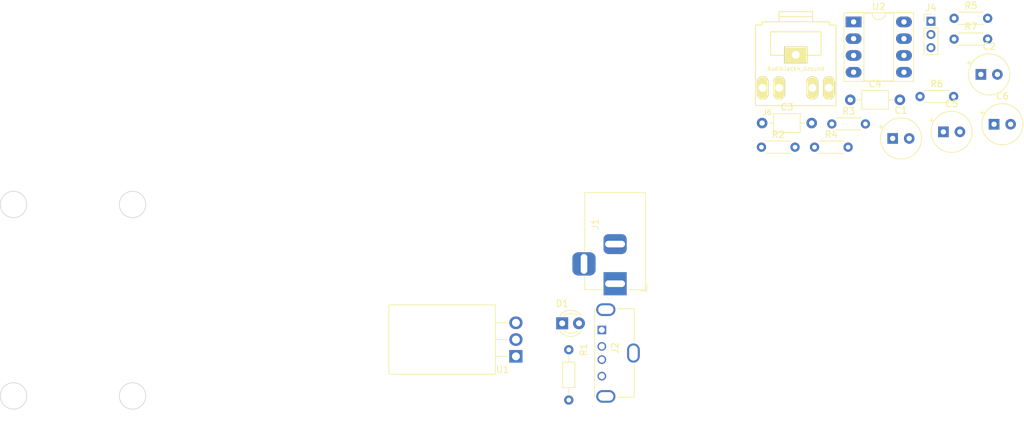
<source format=kicad_pcb>
(kicad_pcb (version 20171130) (host pcbnew "(5.1.9)-1")

  (general
    (thickness 1.6)
    (drawings 6)
    (tracks 0)
    (zones 0)
    (modules 20)
    (nets 19)
  )

  (page A4)
  (layers
    (0 F.Cu signal)
    (31 B.Cu signal)
    (32 B.Adhes user)
    (33 F.Adhes user)
    (34 B.Paste user)
    (35 F.Paste user)
    (36 B.SilkS user)
    (37 F.SilkS user)
    (38 B.Mask user)
    (39 F.Mask user)
    (40 Dwgs.User user)
    (41 Cmts.User user)
    (42 Eco1.User user)
    (43 Eco2.User user)
    (44 Edge.Cuts user)
    (45 Margin user)
    (46 B.CrtYd user)
    (47 F.CrtYd user)
    (48 B.Fab user)
    (49 F.Fab user)
  )

  (setup
    (last_trace_width 0.25)
    (user_trace_width 0.25)
    (user_trace_width 0.5)
    (user_trace_width 1)
    (trace_clearance 0.2)
    (zone_clearance 0.508)
    (zone_45_only no)
    (trace_min 0.2)
    (via_size 0.8)
    (via_drill 0.4)
    (via_min_size 0.4)
    (via_min_drill 0.3)
    (uvia_size 0.3)
    (uvia_drill 0.1)
    (uvias_allowed no)
    (uvia_min_size 0.2)
    (uvia_min_drill 0.1)
    (edge_width 0.1)
    (segment_width 0.2)
    (pcb_text_width 0.3)
    (pcb_text_size 1.5 1.5)
    (mod_edge_width 0.15)
    (mod_text_size 1 1)
    (mod_text_width 0.15)
    (pad_size 1.524 1.524)
    (pad_drill 0.762)
    (pad_to_mask_clearance 0)
    (aux_axis_origin 0 0)
    (visible_elements 7FFFFFFF)
    (pcbplotparams
      (layerselection 0x010fc_ffffffff)
      (usegerberextensions false)
      (usegerberattributes true)
      (usegerberadvancedattributes true)
      (creategerberjobfile true)
      (excludeedgelayer true)
      (linewidth 0.100000)
      (plotframeref false)
      (viasonmask false)
      (mode 1)
      (useauxorigin false)
      (hpglpennumber 1)
      (hpglpenspeed 20)
      (hpglpendiameter 15.000000)
      (psnegative false)
      (psa4output false)
      (plotreference true)
      (plotvalue true)
      (plotinvisibletext false)
      (padsonsilk false)
      (subtractmaskfromsilk false)
      (outputformat 1)
      (mirror false)
      (drillshape 1)
      (scaleselection 1)
      (outputdirectory ""))
  )

  (net 0 "")
  (net 1 +5VP)
  (net 2 "Net-(D1-Pad1)")
  (net 3 GND)
  (net 4 "Net-(J1-Pad1)")
  (net 5 "Net-(J2-Pad3)")
  (net 6 "Net-(J2-Pad2)")
  (net 7 /R)
  (net 8 "Net-(C1-Pad1)")
  (net 9 /L)
  (net 10 "Net-(C2-Pad1)")
  (net 11 "Net-(C3-Pad2)")
  (net 12 "Net-(C3-Pad1)")
  (net 13 "Net-(C4-Pad2)")
  (net 14 "Net-(C4-Pad1)")
  (net 15 /Ro)
  (net 16 /Lo)
  (net 17 "Net-(J6-PadR2)")
  (net 18 +5VL)

  (net_class Default "Esta es la clase de red por defecto."
    (clearance 0.2)
    (trace_width 0.25)
    (via_dia 0.8)
    (via_drill 0.4)
    (uvia_dia 0.3)
    (uvia_drill 0.1)
    (add_net +5VL)
    (add_net +5VP)
    (add_net /L)
    (add_net /Lo)
    (add_net /R)
    (add_net /Ro)
    (add_net GND)
    (add_net "Net-(C1-Pad1)")
    (add_net "Net-(C2-Pad1)")
    (add_net "Net-(C3-Pad1)")
    (add_net "Net-(C3-Pad2)")
    (add_net "Net-(C4-Pad1)")
    (add_net "Net-(C4-Pad2)")
    (add_net "Net-(D1-Pad1)")
    (add_net "Net-(J1-Pad1)")
    (add_net "Net-(J2-Pad2)")
    (add_net "Net-(J2-Pad3)")
    (add_net "Net-(J6-PadR2)")
  )

  (module Package_DIP:DIP-8_W7.62mm_Socket_LongPads (layer F.Cu) (tedit 5A02E8C5) (tstamp 612811A3)
    (at 192.085251 61.35)
    (descr "8-lead though-hole mounted DIP package, row spacing 7.62 mm (300 mils), Socket, LongPads")
    (tags "THT DIP DIL PDIP 2.54mm 7.62mm 300mil Socket LongPads")
    (path /6130E798)
    (fp_text reference U2 (at 3.81 -2.33) (layer F.SilkS)
      (effects (font (size 1 1) (thickness 0.15)))
    )
    (fp_text value NE5532 (at 3.81 9.95) (layer F.Fab)
      (effects (font (size 1 1) (thickness 0.15)))
    )
    (fp_text user %R (at 3.81 3.81) (layer F.Fab)
      (effects (font (size 1 1) (thickness 0.15)))
    )
    (fp_arc (start 3.81 -1.33) (end 2.81 -1.33) (angle -180) (layer F.SilkS) (width 0.12))
    (fp_line (start 1.635 -1.27) (end 6.985 -1.27) (layer F.Fab) (width 0.1))
    (fp_line (start 6.985 -1.27) (end 6.985 8.89) (layer F.Fab) (width 0.1))
    (fp_line (start 6.985 8.89) (end 0.635 8.89) (layer F.Fab) (width 0.1))
    (fp_line (start 0.635 8.89) (end 0.635 -0.27) (layer F.Fab) (width 0.1))
    (fp_line (start 0.635 -0.27) (end 1.635 -1.27) (layer F.Fab) (width 0.1))
    (fp_line (start -1.27 -1.33) (end -1.27 8.95) (layer F.Fab) (width 0.1))
    (fp_line (start -1.27 8.95) (end 8.89 8.95) (layer F.Fab) (width 0.1))
    (fp_line (start 8.89 8.95) (end 8.89 -1.33) (layer F.Fab) (width 0.1))
    (fp_line (start 8.89 -1.33) (end -1.27 -1.33) (layer F.Fab) (width 0.1))
    (fp_line (start 2.81 -1.33) (end 1.56 -1.33) (layer F.SilkS) (width 0.12))
    (fp_line (start 1.56 -1.33) (end 1.56 8.95) (layer F.SilkS) (width 0.12))
    (fp_line (start 1.56 8.95) (end 6.06 8.95) (layer F.SilkS) (width 0.12))
    (fp_line (start 6.06 8.95) (end 6.06 -1.33) (layer F.SilkS) (width 0.12))
    (fp_line (start 6.06 -1.33) (end 4.81 -1.33) (layer F.SilkS) (width 0.12))
    (fp_line (start -1.44 -1.39) (end -1.44 9.01) (layer F.SilkS) (width 0.12))
    (fp_line (start -1.44 9.01) (end 9.06 9.01) (layer F.SilkS) (width 0.12))
    (fp_line (start 9.06 9.01) (end 9.06 -1.39) (layer F.SilkS) (width 0.12))
    (fp_line (start 9.06 -1.39) (end -1.44 -1.39) (layer F.SilkS) (width 0.12))
    (fp_line (start -1.55 -1.6) (end -1.55 9.2) (layer F.CrtYd) (width 0.05))
    (fp_line (start -1.55 9.2) (end 9.15 9.2) (layer F.CrtYd) (width 0.05))
    (fp_line (start 9.15 9.2) (end 9.15 -1.6) (layer F.CrtYd) (width 0.05))
    (fp_line (start 9.15 -1.6) (end -1.55 -1.6) (layer F.CrtYd) (width 0.05))
    (pad 8 thru_hole oval (at 7.62 0) (size 2.4 1.6) (drill 0.8) (layers *.Cu *.Mask)
      (net 1 +5VP))
    (pad 4 thru_hole oval (at 0 7.62) (size 2.4 1.6) (drill 0.8) (layers *.Cu *.Mask)
      (net 3 GND))
    (pad 7 thru_hole oval (at 7.62 2.54) (size 2.4 1.6) (drill 0.8) (layers *.Cu *.Mask)
      (net 14 "Net-(C4-Pad1)"))
    (pad 3 thru_hole oval (at 0 5.08) (size 2.4 1.6) (drill 0.8) (layers *.Cu *.Mask)
      (net 18 +5VL))
    (pad 6 thru_hole oval (at 7.62 5.08) (size 2.4 1.6) (drill 0.8) (layers *.Cu *.Mask)
      (net 18 +5VL))
    (pad 2 thru_hole oval (at 0 2.54) (size 2.4 1.6) (drill 0.8) (layers *.Cu *.Mask)
      (net 11 "Net-(C3-Pad2)"))
    (pad 5 thru_hole oval (at 7.62 7.62) (size 2.4 1.6) (drill 0.8) (layers *.Cu *.Mask)
      (net 13 "Net-(C4-Pad2)"))
    (pad 1 thru_hole rect (at 0 0) (size 2.4 1.6) (drill 0.8) (layers *.Cu *.Mask)
      (net 12 "Net-(C3-Pad1)"))
    (model ${KISYS3DMOD}/Package_DIP.3dshapes/DIP-8_W7.62mm_Socket.wrl
      (at (xyz 0 0 0))
      (scale (xyz 1 1 1))
      (rotate (xyz 0 0 0))
    )
  )

  (module Resistor_THT:R_Axial_DIN0204_L3.6mm_D1.6mm_P5.08mm_Horizontal (layer F.Cu) (tedit 5AE5139B) (tstamp 61281141)
    (at 207.285251 63.95)
    (descr "Resistor, Axial_DIN0204 series, Axial, Horizontal, pin pitch=5.08mm, 0.167W, length*diameter=3.6*1.6mm^2, http://cdn-reichelt.de/documents/datenblatt/B400/1_4W%23YAG.pdf")
    (tags "Resistor Axial_DIN0204 series Axial Horizontal pin pitch 5.08mm 0.167W length 3.6mm diameter 1.6mm")
    (path /613EE681)
    (fp_text reference R7 (at 2.54 -1.92) (layer F.SilkS)
      (effects (font (size 1 1) (thickness 0.15)))
    )
    (fp_text value 68k (at 2.54 1.92) (layer F.Fab)
      (effects (font (size 1 1) (thickness 0.15)))
    )
    (fp_text user %R (at 2.54 0) (layer F.Fab)
      (effects (font (size 0.72 0.72) (thickness 0.108)))
    )
    (fp_line (start 0.74 -0.8) (end 0.74 0.8) (layer F.Fab) (width 0.1))
    (fp_line (start 0.74 0.8) (end 4.34 0.8) (layer F.Fab) (width 0.1))
    (fp_line (start 4.34 0.8) (end 4.34 -0.8) (layer F.Fab) (width 0.1))
    (fp_line (start 4.34 -0.8) (end 0.74 -0.8) (layer F.Fab) (width 0.1))
    (fp_line (start 0 0) (end 0.74 0) (layer F.Fab) (width 0.1))
    (fp_line (start 5.08 0) (end 4.34 0) (layer F.Fab) (width 0.1))
    (fp_line (start 0.62 -0.92) (end 4.46 -0.92) (layer F.SilkS) (width 0.12))
    (fp_line (start 0.62 0.92) (end 4.46 0.92) (layer F.SilkS) (width 0.12))
    (fp_line (start -0.95 -1.05) (end -0.95 1.05) (layer F.CrtYd) (width 0.05))
    (fp_line (start -0.95 1.05) (end 6.03 1.05) (layer F.CrtYd) (width 0.05))
    (fp_line (start 6.03 1.05) (end 6.03 -1.05) (layer F.CrtYd) (width 0.05))
    (fp_line (start 6.03 -1.05) (end -0.95 -1.05) (layer F.CrtYd) (width 0.05))
    (pad 2 thru_hole oval (at 5.08 0) (size 1.4 1.4) (drill 0.7) (layers *.Cu *.Mask)
      (net 13 "Net-(C4-Pad2)"))
    (pad 1 thru_hole circle (at 0 0) (size 1.4 1.4) (drill 0.7) (layers *.Cu *.Mask)
      (net 14 "Net-(C4-Pad1)"))
    (model ${KISYS3DMOD}/Resistor_THT.3dshapes/R_Axial_DIN0204_L3.6mm_D1.6mm_P5.08mm_Horizontal.wrl
      (at (xyz 0 0 0))
      (scale (xyz 1 1 1))
      (rotate (xyz 0 0 0))
    )
  )

  (module Resistor_THT:R_Axial_DIN0204_L3.6mm_D1.6mm_P5.08mm_Horizontal (layer F.Cu) (tedit 5AE5139B) (tstamp 6128112E)
    (at 202.135251 72.65)
    (descr "Resistor, Axial_DIN0204 series, Axial, Horizontal, pin pitch=5.08mm, 0.167W, length*diameter=3.6*1.6mm^2, http://cdn-reichelt.de/documents/datenblatt/B400/1_4W%23YAG.pdf")
    (tags "Resistor Axial_DIN0204 series Axial Horizontal pin pitch 5.08mm 0.167W length 3.6mm diameter 1.6mm")
    (path /613504D6)
    (fp_text reference R6 (at 2.54 -1.92) (layer F.SilkS)
      (effects (font (size 1 1) (thickness 0.15)))
    )
    (fp_text value 68k (at 2.54 1.92) (layer F.Fab)
      (effects (font (size 1 1) (thickness 0.15)))
    )
    (fp_text user %R (at 2.54 0) (layer F.Fab)
      (effects (font (size 0.72 0.72) (thickness 0.108)))
    )
    (fp_line (start 0.74 -0.8) (end 0.74 0.8) (layer F.Fab) (width 0.1))
    (fp_line (start 0.74 0.8) (end 4.34 0.8) (layer F.Fab) (width 0.1))
    (fp_line (start 4.34 0.8) (end 4.34 -0.8) (layer F.Fab) (width 0.1))
    (fp_line (start 4.34 -0.8) (end 0.74 -0.8) (layer F.Fab) (width 0.1))
    (fp_line (start 0 0) (end 0.74 0) (layer F.Fab) (width 0.1))
    (fp_line (start 5.08 0) (end 4.34 0) (layer F.Fab) (width 0.1))
    (fp_line (start 0.62 -0.92) (end 4.46 -0.92) (layer F.SilkS) (width 0.12))
    (fp_line (start 0.62 0.92) (end 4.46 0.92) (layer F.SilkS) (width 0.12))
    (fp_line (start -0.95 -1.05) (end -0.95 1.05) (layer F.CrtYd) (width 0.05))
    (fp_line (start -0.95 1.05) (end 6.03 1.05) (layer F.CrtYd) (width 0.05))
    (fp_line (start 6.03 1.05) (end 6.03 -1.05) (layer F.CrtYd) (width 0.05))
    (fp_line (start 6.03 -1.05) (end -0.95 -1.05) (layer F.CrtYd) (width 0.05))
    (pad 2 thru_hole oval (at 5.08 0) (size 1.4 1.4) (drill 0.7) (layers *.Cu *.Mask)
      (net 11 "Net-(C3-Pad2)"))
    (pad 1 thru_hole circle (at 0 0) (size 1.4 1.4) (drill 0.7) (layers *.Cu *.Mask)
      (net 12 "Net-(C3-Pad1)"))
    (model ${KISYS3DMOD}/Resistor_THT.3dshapes/R_Axial_DIN0204_L3.6mm_D1.6mm_P5.08mm_Horizontal.wrl
      (at (xyz 0 0 0))
      (scale (xyz 1 1 1))
      (rotate (xyz 0 0 0))
    )
  )

  (module Resistor_THT:R_Axial_DIN0204_L3.6mm_D1.6mm_P5.08mm_Horizontal (layer F.Cu) (tedit 5AE5139B) (tstamp 6128111B)
    (at 207.285251 60.8)
    (descr "Resistor, Axial_DIN0204 series, Axial, Horizontal, pin pitch=5.08mm, 0.167W, length*diameter=3.6*1.6mm^2, http://cdn-reichelt.de/documents/datenblatt/B400/1_4W%23YAG.pdf")
    (tags "Resistor Axial_DIN0204 series Axial Horizontal pin pitch 5.08mm 0.167W length 3.6mm diameter 1.6mm")
    (path /613EE687)
    (fp_text reference R5 (at 2.54 -1.92) (layer F.SilkS)
      (effects (font (size 1 1) (thickness 0.15)))
    )
    (fp_text value 18k (at 2.54 1.92) (layer F.Fab)
      (effects (font (size 1 1) (thickness 0.15)))
    )
    (fp_text user %R (at 2.54 0) (layer F.Fab)
      (effects (font (size 0.72 0.72) (thickness 0.108)))
    )
    (fp_line (start 0.74 -0.8) (end 0.74 0.8) (layer F.Fab) (width 0.1))
    (fp_line (start 0.74 0.8) (end 4.34 0.8) (layer F.Fab) (width 0.1))
    (fp_line (start 4.34 0.8) (end 4.34 -0.8) (layer F.Fab) (width 0.1))
    (fp_line (start 4.34 -0.8) (end 0.74 -0.8) (layer F.Fab) (width 0.1))
    (fp_line (start 0 0) (end 0.74 0) (layer F.Fab) (width 0.1))
    (fp_line (start 5.08 0) (end 4.34 0) (layer F.Fab) (width 0.1))
    (fp_line (start 0.62 -0.92) (end 4.46 -0.92) (layer F.SilkS) (width 0.12))
    (fp_line (start 0.62 0.92) (end 4.46 0.92) (layer F.SilkS) (width 0.12))
    (fp_line (start -0.95 -1.05) (end -0.95 1.05) (layer F.CrtYd) (width 0.05))
    (fp_line (start -0.95 1.05) (end 6.03 1.05) (layer F.CrtYd) (width 0.05))
    (fp_line (start 6.03 1.05) (end 6.03 -1.05) (layer F.CrtYd) (width 0.05))
    (fp_line (start 6.03 -1.05) (end -0.95 -1.05) (layer F.CrtYd) (width 0.05))
    (pad 2 thru_hole oval (at 5.08 0) (size 1.4 1.4) (drill 0.7) (layers *.Cu *.Mask)
      (net 13 "Net-(C4-Pad2)"))
    (pad 1 thru_hole circle (at 0 0) (size 1.4 1.4) (drill 0.7) (layers *.Cu *.Mask)
      (net 10 "Net-(C2-Pad1)"))
    (model ${KISYS3DMOD}/Resistor_THT.3dshapes/R_Axial_DIN0204_L3.6mm_D1.6mm_P5.08mm_Horizontal.wrl
      (at (xyz 0 0 0))
      (scale (xyz 1 1 1))
      (rotate (xyz 0 0 0))
    )
  )

  (module Resistor_THT:R_Axial_DIN0204_L3.6mm_D1.6mm_P5.08mm_Horizontal (layer F.Cu) (tedit 5AE5139B) (tstamp 61281108)
    (at 186.175251 80.32)
    (descr "Resistor, Axial_DIN0204 series, Axial, Horizontal, pin pitch=5.08mm, 0.167W, length*diameter=3.6*1.6mm^2, http://cdn-reichelt.de/documents/datenblatt/B400/1_4W%23YAG.pdf")
    (tags "Resistor Axial_DIN0204 series Axial Horizontal pin pitch 5.08mm 0.167W length 3.6mm diameter 1.6mm")
    (path /6135139B)
    (fp_text reference R4 (at 2.54 -1.92) (layer F.SilkS)
      (effects (font (size 1 1) (thickness 0.15)))
    )
    (fp_text value 18k (at 2.54 1.92) (layer F.Fab)
      (effects (font (size 1 1) (thickness 0.15)))
    )
    (fp_text user %R (at 2.54 0) (layer F.Fab)
      (effects (font (size 0.72 0.72) (thickness 0.108)))
    )
    (fp_line (start 0.74 -0.8) (end 0.74 0.8) (layer F.Fab) (width 0.1))
    (fp_line (start 0.74 0.8) (end 4.34 0.8) (layer F.Fab) (width 0.1))
    (fp_line (start 4.34 0.8) (end 4.34 -0.8) (layer F.Fab) (width 0.1))
    (fp_line (start 4.34 -0.8) (end 0.74 -0.8) (layer F.Fab) (width 0.1))
    (fp_line (start 0 0) (end 0.74 0) (layer F.Fab) (width 0.1))
    (fp_line (start 5.08 0) (end 4.34 0) (layer F.Fab) (width 0.1))
    (fp_line (start 0.62 -0.92) (end 4.46 -0.92) (layer F.SilkS) (width 0.12))
    (fp_line (start 0.62 0.92) (end 4.46 0.92) (layer F.SilkS) (width 0.12))
    (fp_line (start -0.95 -1.05) (end -0.95 1.05) (layer F.CrtYd) (width 0.05))
    (fp_line (start -0.95 1.05) (end 6.03 1.05) (layer F.CrtYd) (width 0.05))
    (fp_line (start 6.03 1.05) (end 6.03 -1.05) (layer F.CrtYd) (width 0.05))
    (fp_line (start 6.03 -1.05) (end -0.95 -1.05) (layer F.CrtYd) (width 0.05))
    (pad 2 thru_hole oval (at 5.08 0) (size 1.4 1.4) (drill 0.7) (layers *.Cu *.Mask)
      (net 11 "Net-(C3-Pad2)"))
    (pad 1 thru_hole circle (at 0 0) (size 1.4 1.4) (drill 0.7) (layers *.Cu *.Mask)
      (net 8 "Net-(C1-Pad1)"))
    (model ${KISYS3DMOD}/Resistor_THT.3dshapes/R_Axial_DIN0204_L3.6mm_D1.6mm_P5.08mm_Horizontal.wrl
      (at (xyz 0 0 0))
      (scale (xyz 1 1 1))
      (rotate (xyz 0 0 0))
    )
  )

  (module Resistor_THT:R_Axial_DIN0204_L3.6mm_D1.6mm_P5.08mm_Horizontal (layer F.Cu) (tedit 5AE5139B) (tstamp 612810F5)
    (at 188.795251 76.8)
    (descr "Resistor, Axial_DIN0204 series, Axial, Horizontal, pin pitch=5.08mm, 0.167W, length*diameter=3.6*1.6mm^2, http://cdn-reichelt.de/documents/datenblatt/B400/1_4W%23YAG.pdf")
    (tags "Resistor Axial_DIN0204 series Axial Horizontal pin pitch 5.08mm 0.167W length 3.6mm diameter 1.6mm")
    (path /61430AF4)
    (fp_text reference R3 (at 2.54 -1.92) (layer F.SilkS)
      (effects (font (size 1 1) (thickness 0.15)))
    )
    (fp_text value 10k (at 2.54 1.92) (layer F.Fab)
      (effects (font (size 1 1) (thickness 0.15)))
    )
    (fp_text user %R (at 2.54 0) (layer F.Fab)
      (effects (font (size 0.72 0.72) (thickness 0.108)))
    )
    (fp_line (start 0.74 -0.8) (end 0.74 0.8) (layer F.Fab) (width 0.1))
    (fp_line (start 0.74 0.8) (end 4.34 0.8) (layer F.Fab) (width 0.1))
    (fp_line (start 4.34 0.8) (end 4.34 -0.8) (layer F.Fab) (width 0.1))
    (fp_line (start 4.34 -0.8) (end 0.74 -0.8) (layer F.Fab) (width 0.1))
    (fp_line (start 0 0) (end 0.74 0) (layer F.Fab) (width 0.1))
    (fp_line (start 5.08 0) (end 4.34 0) (layer F.Fab) (width 0.1))
    (fp_line (start 0.62 -0.92) (end 4.46 -0.92) (layer F.SilkS) (width 0.12))
    (fp_line (start 0.62 0.92) (end 4.46 0.92) (layer F.SilkS) (width 0.12))
    (fp_line (start -0.95 -1.05) (end -0.95 1.05) (layer F.CrtYd) (width 0.05))
    (fp_line (start -0.95 1.05) (end 6.03 1.05) (layer F.CrtYd) (width 0.05))
    (fp_line (start 6.03 1.05) (end 6.03 -1.05) (layer F.CrtYd) (width 0.05))
    (fp_line (start 6.03 -1.05) (end -0.95 -1.05) (layer F.CrtYd) (width 0.05))
    (pad 2 thru_hole oval (at 5.08 0) (size 1.4 1.4) (drill 0.7) (layers *.Cu *.Mask)
      (net 18 +5VL))
    (pad 1 thru_hole circle (at 0 0) (size 1.4 1.4) (drill 0.7) (layers *.Cu *.Mask)
      (net 3 GND))
    (model ${KISYS3DMOD}/Resistor_THT.3dshapes/R_Axial_DIN0204_L3.6mm_D1.6mm_P5.08mm_Horizontal.wrl
      (at (xyz 0 0 0))
      (scale (xyz 1 1 1))
      (rotate (xyz 0 0 0))
    )
  )

  (module Resistor_THT:R_Axial_DIN0204_L3.6mm_D1.6mm_P5.08mm_Horizontal (layer F.Cu) (tedit 5AE5139B) (tstamp 612810E2)
    (at 178.145251 80.32)
    (descr "Resistor, Axial_DIN0204 series, Axial, Horizontal, pin pitch=5.08mm, 0.167W, length*diameter=3.6*1.6mm^2, http://cdn-reichelt.de/documents/datenblatt/B400/1_4W%23YAG.pdf")
    (tags "Resistor Axial_DIN0204 series Axial Horizontal pin pitch 5.08mm 0.167W length 3.6mm diameter 1.6mm")
    (path /6142F103)
    (fp_text reference R2 (at 2.54 -1.92) (layer F.SilkS)
      (effects (font (size 1 1) (thickness 0.15)))
    )
    (fp_text value 10k (at 2.54 1.92) (layer F.Fab)
      (effects (font (size 1 1) (thickness 0.15)))
    )
    (fp_text user %R (at 2.54 0) (layer F.Fab)
      (effects (font (size 0.72 0.72) (thickness 0.108)))
    )
    (fp_line (start 0.74 -0.8) (end 0.74 0.8) (layer F.Fab) (width 0.1))
    (fp_line (start 0.74 0.8) (end 4.34 0.8) (layer F.Fab) (width 0.1))
    (fp_line (start 4.34 0.8) (end 4.34 -0.8) (layer F.Fab) (width 0.1))
    (fp_line (start 4.34 -0.8) (end 0.74 -0.8) (layer F.Fab) (width 0.1))
    (fp_line (start 0 0) (end 0.74 0) (layer F.Fab) (width 0.1))
    (fp_line (start 5.08 0) (end 4.34 0) (layer F.Fab) (width 0.1))
    (fp_line (start 0.62 -0.92) (end 4.46 -0.92) (layer F.SilkS) (width 0.12))
    (fp_line (start 0.62 0.92) (end 4.46 0.92) (layer F.SilkS) (width 0.12))
    (fp_line (start -0.95 -1.05) (end -0.95 1.05) (layer F.CrtYd) (width 0.05))
    (fp_line (start -0.95 1.05) (end 6.03 1.05) (layer F.CrtYd) (width 0.05))
    (fp_line (start 6.03 1.05) (end 6.03 -1.05) (layer F.CrtYd) (width 0.05))
    (fp_line (start 6.03 -1.05) (end -0.95 -1.05) (layer F.CrtYd) (width 0.05))
    (pad 2 thru_hole oval (at 5.08 0) (size 1.4 1.4) (drill 0.7) (layers *.Cu *.Mask)
      (net 1 +5VP))
    (pad 1 thru_hole circle (at 0 0) (size 1.4 1.4) (drill 0.7) (layers *.Cu *.Mask)
      (net 18 +5VL))
    (model ${KISYS3DMOD}/Resistor_THT.3dshapes/R_Axial_DIN0204_L3.6mm_D1.6mm_P5.08mm_Horizontal.wrl
      (at (xyz 0 0 0))
      (scale (xyz 1 1 1))
      (rotate (xyz 0 0 0))
    )
  )

  (module Mi_libreria:Tayda_3.5mm_stereo_TRS_jack_A-853 (layer F.Cu) (tedit 61151B29) (tstamp 612810A3)
    (at 183.341251 67.928)
    (path /6129B6B8)
    (fp_text reference J6 (at -4.318 7.112) (layer F.SilkS)
      (effects (font (size 0.8 0.8) (thickness 0.15)))
    )
    (fp_text value AudioJack4_Ground (at 0 0.508) (layer F.SilkS)
      (effects (font (size 0.6 0.6) (thickness 0.1)))
    )
    (fp_line (start -1.778 -1.524) (end -3.81 -1.524) (layer F.SilkS) (width 0.15))
    (fp_line (start -3.81 -1.524) (end -3.81 -5.08) (layer F.SilkS) (width 0.15))
    (fp_line (start -3.81 -5.08) (end 3.81 -5.08) (layer F.SilkS) (width 0.15))
    (fp_line (start 3.81 -5.08) (end 3.81 -1.524) (layer F.SilkS) (width 0.15))
    (fp_line (start 3.81 -1.524) (end 1.778 -1.524) (layer F.SilkS) (width 0.15))
    (fp_line (start -5.08 -6.096) (end -6.096 -6.096) (layer F.SilkS) (width 0.15))
    (fp_line (start 6.096 -6.096) (end 5.08 -6.096) (layer F.SilkS) (width 0.15))
    (fp_line (start -2.54 -8.128) (end -2.54 -6.604) (layer F.SilkS) (width 0.15))
    (fp_line (start 2.54 -6.604) (end 2.54 -8.128) (layer F.SilkS) (width 0.15))
    (fp_line (start -2.54 -7.366) (end 2.54 -7.366) (layer F.SilkS) (width 0.15))
    (fp_line (start -5.08 -6.096) (end -5.08 -6.35) (layer F.SilkS) (width 0.15))
    (fp_line (start -5.08 -6.35) (end -5.08 -6.604) (layer F.SilkS) (width 0.15))
    (fp_line (start -5.08 -6.604) (end 5.08 -6.604) (layer F.SilkS) (width 0.15))
    (fp_line (start 5.08 -6.604) (end 5.08 -6.096) (layer F.SilkS) (width 0.15))
    (fp_line (start -2.54 -8.128) (end 2.54 -8.128) (layer F.SilkS) (width 0.15))
    (fp_line (start -6.096 6.096) (end -6.096 -6.096) (layer F.SilkS) (width 0.15))
    (fp_line (start 6.096 -6.096) (end 6.096 6.096) (layer F.SilkS) (width 0.15))
    (fp_line (start 6.096 6.096) (end -6.096 6.096) (layer F.SilkS) (width 0.15))
    (pad R1 thru_hole oval (at -2.5 3.41) (size 1.75 3.5) (drill 1.2) (layers *.Cu *.Mask F.SilkS)
      (net 15 /Ro))
    (pad R2 thru_hole oval (at 2.5 3.41) (size 1.75 3.5) (drill 1.2) (layers *.Cu *.Mask F.SilkS)
      (net 17 "Net-(J6-PadR2)"))
    (pad S thru_hole oval (at -5 3.41) (size 1.75 3.5) (drill 1.2) (layers *.Cu *.Mask F.SilkS)
      (net 3 GND))
    (pad T thru_hole oval (at 5 3.41) (size 1.75 3.5) (drill 1.2) (layers *.Cu *.Mask F.SilkS)
      (net 16 /Lo))
    (pad G thru_hole rect (at 0 -1.596) (size 3.5 2.5) (drill 1.2) (layers *.Cu *.Mask F.SilkS)
      (net 3 GND))
  )

  (module Connector_PinHeader_2.00mm:PinHeader_1x03_P2.00mm_Vertical (layer F.Cu) (tedit 59FED667) (tstamp 61281088)
    (at 203.785251 61.25)
    (descr "Through hole straight pin header, 1x03, 2.00mm pitch, single row")
    (tags "Through hole pin header THT 1x03 2.00mm single row")
    (path /6128D422)
    (fp_text reference J4 (at 0 -2.06) (layer F.SilkS)
      (effects (font (size 1 1) (thickness 0.15)))
    )
    (fp_text value Conn_01x03_Male (at 0 6.06) (layer F.Fab)
      (effects (font (size 1 1) (thickness 0.15)))
    )
    (fp_text user %R (at 0 2 90) (layer F.Fab)
      (effects (font (size 1 1) (thickness 0.15)))
    )
    (fp_line (start -0.5 -1) (end 1 -1) (layer F.Fab) (width 0.1))
    (fp_line (start 1 -1) (end 1 5) (layer F.Fab) (width 0.1))
    (fp_line (start 1 5) (end -1 5) (layer F.Fab) (width 0.1))
    (fp_line (start -1 5) (end -1 -0.5) (layer F.Fab) (width 0.1))
    (fp_line (start -1 -0.5) (end -0.5 -1) (layer F.Fab) (width 0.1))
    (fp_line (start -1.06 5.06) (end 1.06 5.06) (layer F.SilkS) (width 0.12))
    (fp_line (start -1.06 1) (end -1.06 5.06) (layer F.SilkS) (width 0.12))
    (fp_line (start 1.06 1) (end 1.06 5.06) (layer F.SilkS) (width 0.12))
    (fp_line (start -1.06 1) (end 1.06 1) (layer F.SilkS) (width 0.12))
    (fp_line (start -1.06 0) (end -1.06 -1.06) (layer F.SilkS) (width 0.12))
    (fp_line (start -1.06 -1.06) (end 0 -1.06) (layer F.SilkS) (width 0.12))
    (fp_line (start -1.5 -1.5) (end -1.5 5.5) (layer F.CrtYd) (width 0.05))
    (fp_line (start -1.5 5.5) (end 1.5 5.5) (layer F.CrtYd) (width 0.05))
    (fp_line (start 1.5 5.5) (end 1.5 -1.5) (layer F.CrtYd) (width 0.05))
    (fp_line (start 1.5 -1.5) (end -1.5 -1.5) (layer F.CrtYd) (width 0.05))
    (pad 3 thru_hole oval (at 0 4) (size 1.35 1.35) (drill 0.8) (layers *.Cu *.Mask)
      (net 7 /R))
    (pad 2 thru_hole oval (at 0 2) (size 1.35 1.35) (drill 0.8) (layers *.Cu *.Mask)
      (net 3 GND))
    (pad 1 thru_hole rect (at 0 0) (size 1.35 1.35) (drill 0.8) (layers *.Cu *.Mask)
      (net 9 /L))
    (model ${KISYS3DMOD}/Connector_PinHeader_2.00mm.3dshapes/PinHeader_1x03_P2.00mm_Vertical.wrl
      (at (xyz 0 0 0))
      (scale (xyz 1 1 1))
      (rotate (xyz 0 0 0))
    )
  )

  (module Capacitor_THT:CP_Radial_Tantal_D6.0mm_P2.50mm (layer F.Cu) (tedit 5AE50EF0) (tstamp 61280FD3)
    (at 213.34 76.85)
    (descr "CP, Radial_Tantal series, Radial, pin pitch=2.50mm, , diameter=6.0mm, Tantal Electrolytic Capacitor, http://cdn-reichelt.de/documents/datenblatt/B300/TANTAL-TB-Serie%23.pdf")
    (tags "CP Radial_Tantal series Radial pin pitch 2.50mm  diameter 6.0mm Tantal Electrolytic Capacitor")
    (path /613EE693)
    (fp_text reference C6 (at 1.25 -4.25) (layer F.SilkS)
      (effects (font (size 1 1) (thickness 0.15)))
    )
    (fp_text value 220uf (at 1.25 4.25) (layer F.Fab)
      (effects (font (size 1 1) (thickness 0.15)))
    )
    (fp_text user %R (at 1.25 0) (layer F.Fab)
      (effects (font (size 1 1) (thickness 0.15)))
    )
    (fp_circle (center 1.25 0) (end 4.25 0) (layer F.Fab) (width 0.1))
    (fp_circle (center 1.25 0) (end 4.37 0) (layer F.SilkS) (width 0.12))
    (fp_circle (center 1.25 0) (end 4.5 0) (layer F.CrtYd) (width 0.05))
    (fp_line (start -1.314656 -1.3075) (end -0.714656 -1.3075) (layer F.Fab) (width 0.1))
    (fp_line (start -1.014656 -1.6075) (end -1.014656 -1.0075) (layer F.Fab) (width 0.1))
    (fp_line (start -2.089749 -1.755) (end -1.489749 -1.755) (layer F.SilkS) (width 0.12))
    (fp_line (start -1.789749 -2.055) (end -1.789749 -1.455) (layer F.SilkS) (width 0.12))
    (pad 2 thru_hole circle (at 2.5 0) (size 1.6 1.6) (drill 0.8) (layers *.Cu *.Mask)
      (net 14 "Net-(C4-Pad1)"))
    (pad 1 thru_hole rect (at 0 0) (size 1.6 1.6) (drill 0.8) (layers *.Cu *.Mask)
      (net 16 /Lo))
    (model ${KISYS3DMOD}/Capacitor_THT.3dshapes/CP_Radial_Tantal_D6.0mm_P2.50mm.wrl
      (at (xyz 0 0 0))
      (scale (xyz 1 1 1))
      (rotate (xyz 0 0 0))
    )
  )

  (module Capacitor_THT:CP_Radial_Tantal_D6.0mm_P2.50mm (layer F.Cu) (tedit 5AE50EF0) (tstamp 61280FC5)
    (at 205.67 78)
    (descr "CP, Radial_Tantal series, Radial, pin pitch=2.50mm, , diameter=6.0mm, Tantal Electrolytic Capacitor, http://cdn-reichelt.de/documents/datenblatt/B300/TANTAL-TB-Serie%23.pdf")
    (tags "CP Radial_Tantal series Radial pin pitch 2.50mm  diameter 6.0mm Tantal Electrolytic Capacitor")
    (path /6135BBF3)
    (fp_text reference C5 (at 1.25 -4.25) (layer F.SilkS)
      (effects (font (size 1 1) (thickness 0.15)))
    )
    (fp_text value 220uf (at 1.25 4.25) (layer F.Fab)
      (effects (font (size 1 1) (thickness 0.15)))
    )
    (fp_text user %R (at 1.25 0) (layer F.Fab)
      (effects (font (size 1 1) (thickness 0.15)))
    )
    (fp_circle (center 1.25 0) (end 4.25 0) (layer F.Fab) (width 0.1))
    (fp_circle (center 1.25 0) (end 4.37 0) (layer F.SilkS) (width 0.12))
    (fp_circle (center 1.25 0) (end 4.5 0) (layer F.CrtYd) (width 0.05))
    (fp_line (start -1.314656 -1.3075) (end -0.714656 -1.3075) (layer F.Fab) (width 0.1))
    (fp_line (start -1.014656 -1.6075) (end -1.014656 -1.0075) (layer F.Fab) (width 0.1))
    (fp_line (start -2.089749 -1.755) (end -1.489749 -1.755) (layer F.SilkS) (width 0.12))
    (fp_line (start -1.789749 -2.055) (end -1.789749 -1.455) (layer F.SilkS) (width 0.12))
    (pad 2 thru_hole circle (at 2.5 0) (size 1.6 1.6) (drill 0.8) (layers *.Cu *.Mask)
      (net 12 "Net-(C3-Pad1)"))
    (pad 1 thru_hole rect (at 0 0) (size 1.6 1.6) (drill 0.8) (layers *.Cu *.Mask)
      (net 15 /Ro))
    (model ${KISYS3DMOD}/Capacitor_THT.3dshapes/CP_Radial_Tantal_D6.0mm_P2.50mm.wrl
      (at (xyz 0 0 0))
      (scale (xyz 1 1 1))
      (rotate (xyz 0 0 0))
    )
  )

  (module Capacitor_THT:C_Axial_L3.8mm_D2.6mm_P7.50mm_Horizontal (layer F.Cu) (tedit 5AE50EF0) (tstamp 61280FB7)
    (at 191.585251 73.15)
    (descr "C, Axial series, Axial, Horizontal, pin pitch=7.5mm, , length*diameter=3.8*2.6mm^2, http://www.vishay.com/docs/45231/arseries.pdf")
    (tags "C Axial series Axial Horizontal pin pitch 7.5mm  length 3.8mm diameter 2.6mm")
    (path /613EE67B)
    (fp_text reference C4 (at 3.75 -2.42) (layer F.SilkS)
      (effects (font (size 1 1) (thickness 0.15)))
    )
    (fp_text value 22pf (at 3.75 2.42) (layer F.Fab)
      (effects (font (size 1 1) (thickness 0.15)))
    )
    (fp_text user %R (at 3.75 0) (layer F.Fab)
      (effects (font (size 0.76 0.76) (thickness 0.114)))
    )
    (fp_line (start 1.85 -1.3) (end 1.85 1.3) (layer F.Fab) (width 0.1))
    (fp_line (start 1.85 1.3) (end 5.65 1.3) (layer F.Fab) (width 0.1))
    (fp_line (start 5.65 1.3) (end 5.65 -1.3) (layer F.Fab) (width 0.1))
    (fp_line (start 5.65 -1.3) (end 1.85 -1.3) (layer F.Fab) (width 0.1))
    (fp_line (start 0 0) (end 1.85 0) (layer F.Fab) (width 0.1))
    (fp_line (start 7.5 0) (end 5.65 0) (layer F.Fab) (width 0.1))
    (fp_line (start 1.73 -1.42) (end 1.73 1.42) (layer F.SilkS) (width 0.12))
    (fp_line (start 1.73 1.42) (end 5.77 1.42) (layer F.SilkS) (width 0.12))
    (fp_line (start 5.77 1.42) (end 5.77 -1.42) (layer F.SilkS) (width 0.12))
    (fp_line (start 5.77 -1.42) (end 1.73 -1.42) (layer F.SilkS) (width 0.12))
    (fp_line (start 1.04 0) (end 1.73 0) (layer F.SilkS) (width 0.12))
    (fp_line (start 6.46 0) (end 5.77 0) (layer F.SilkS) (width 0.12))
    (fp_line (start -1.05 -1.55) (end -1.05 1.55) (layer F.CrtYd) (width 0.05))
    (fp_line (start -1.05 1.55) (end 8.55 1.55) (layer F.CrtYd) (width 0.05))
    (fp_line (start 8.55 1.55) (end 8.55 -1.55) (layer F.CrtYd) (width 0.05))
    (fp_line (start 8.55 -1.55) (end -1.05 -1.55) (layer F.CrtYd) (width 0.05))
    (pad 2 thru_hole oval (at 7.5 0) (size 1.6 1.6) (drill 0.8) (layers *.Cu *.Mask)
      (net 13 "Net-(C4-Pad2)"))
    (pad 1 thru_hole circle (at 0 0) (size 1.6 1.6) (drill 0.8) (layers *.Cu *.Mask)
      (net 14 "Net-(C4-Pad1)"))
    (model ${KISYS3DMOD}/Capacitor_THT.3dshapes/C_Axial_L3.8mm_D2.6mm_P7.50mm_Horizontal.wrl
      (at (xyz 0 0 0))
      (scale (xyz 1 1 1))
      (rotate (xyz 0 0 0))
    )
  )

  (module Capacitor_THT:C_Axial_L3.8mm_D2.6mm_P7.50mm_Horizontal (layer F.Cu) (tedit 5AE50EF0) (tstamp 61280FA0)
    (at 178.245251 76.67)
    (descr "C, Axial series, Axial, Horizontal, pin pitch=7.5mm, , length*diameter=3.8*2.6mm^2, http://www.vishay.com/docs/45231/arseries.pdf")
    (tags "C Axial series Axial Horizontal pin pitch 7.5mm  length 3.8mm diameter 2.6mm")
    (path /61332CB2)
    (fp_text reference C3 (at 3.75 -2.42) (layer F.SilkS)
      (effects (font (size 1 1) (thickness 0.15)))
    )
    (fp_text value 22pf (at 3.75 2.42) (layer F.Fab)
      (effects (font (size 1 1) (thickness 0.15)))
    )
    (fp_text user %R (at 3.75 0) (layer F.Fab)
      (effects (font (size 0.76 0.76) (thickness 0.114)))
    )
    (fp_line (start 1.85 -1.3) (end 1.85 1.3) (layer F.Fab) (width 0.1))
    (fp_line (start 1.85 1.3) (end 5.65 1.3) (layer F.Fab) (width 0.1))
    (fp_line (start 5.65 1.3) (end 5.65 -1.3) (layer F.Fab) (width 0.1))
    (fp_line (start 5.65 -1.3) (end 1.85 -1.3) (layer F.Fab) (width 0.1))
    (fp_line (start 0 0) (end 1.85 0) (layer F.Fab) (width 0.1))
    (fp_line (start 7.5 0) (end 5.65 0) (layer F.Fab) (width 0.1))
    (fp_line (start 1.73 -1.42) (end 1.73 1.42) (layer F.SilkS) (width 0.12))
    (fp_line (start 1.73 1.42) (end 5.77 1.42) (layer F.SilkS) (width 0.12))
    (fp_line (start 5.77 1.42) (end 5.77 -1.42) (layer F.SilkS) (width 0.12))
    (fp_line (start 5.77 -1.42) (end 1.73 -1.42) (layer F.SilkS) (width 0.12))
    (fp_line (start 1.04 0) (end 1.73 0) (layer F.SilkS) (width 0.12))
    (fp_line (start 6.46 0) (end 5.77 0) (layer F.SilkS) (width 0.12))
    (fp_line (start -1.05 -1.55) (end -1.05 1.55) (layer F.CrtYd) (width 0.05))
    (fp_line (start -1.05 1.55) (end 8.55 1.55) (layer F.CrtYd) (width 0.05))
    (fp_line (start 8.55 1.55) (end 8.55 -1.55) (layer F.CrtYd) (width 0.05))
    (fp_line (start 8.55 -1.55) (end -1.05 -1.55) (layer F.CrtYd) (width 0.05))
    (pad 2 thru_hole oval (at 7.5 0) (size 1.6 1.6) (drill 0.8) (layers *.Cu *.Mask)
      (net 11 "Net-(C3-Pad2)"))
    (pad 1 thru_hole circle (at 0 0) (size 1.6 1.6) (drill 0.8) (layers *.Cu *.Mask)
      (net 12 "Net-(C3-Pad1)"))
    (model ${KISYS3DMOD}/Capacitor_THT.3dshapes/C_Axial_L3.8mm_D2.6mm_P7.50mm_Horizontal.wrl
      (at (xyz 0 0 0))
      (scale (xyz 1 1 1))
      (rotate (xyz 0 0 0))
    )
  )

  (module Capacitor_THT:CP_Radial_Tantal_D6.0mm_P2.50mm (layer F.Cu) (tedit 5AE50EF0) (tstamp 61280F89)
    (at 211.34 69.3)
    (descr "CP, Radial_Tantal series, Radial, pin pitch=2.50mm, , diameter=6.0mm, Tantal Electrolytic Capacitor, http://cdn-reichelt.de/documents/datenblatt/B300/TANTAL-TB-Serie%23.pdf")
    (tags "CP Radial_Tantal series Radial pin pitch 2.50mm  diameter 6.0mm Tantal Electrolytic Capacitor")
    (path /613EE68D)
    (fp_text reference C2 (at 1.25 -4.25) (layer F.SilkS)
      (effects (font (size 1 1) (thickness 0.15)))
    )
    (fp_text value 4.7uf (at 1.25 4.25) (layer F.Fab)
      (effects (font (size 1 1) (thickness 0.15)))
    )
    (fp_text user %R (at 1.25 0) (layer F.Fab)
      (effects (font (size 1 1) (thickness 0.15)))
    )
    (fp_circle (center 1.25 0) (end 4.25 0) (layer F.Fab) (width 0.1))
    (fp_circle (center 1.25 0) (end 4.37 0) (layer F.SilkS) (width 0.12))
    (fp_circle (center 1.25 0) (end 4.5 0) (layer F.CrtYd) (width 0.05))
    (fp_line (start -1.314656 -1.3075) (end -0.714656 -1.3075) (layer F.Fab) (width 0.1))
    (fp_line (start -1.014656 -1.6075) (end -1.014656 -1.0075) (layer F.Fab) (width 0.1))
    (fp_line (start -2.089749 -1.755) (end -1.489749 -1.755) (layer F.SilkS) (width 0.12))
    (fp_line (start -1.789749 -2.055) (end -1.789749 -1.455) (layer F.SilkS) (width 0.12))
    (pad 2 thru_hole circle (at 2.5 0) (size 1.6 1.6) (drill 0.8) (layers *.Cu *.Mask)
      (net 9 /L))
    (pad 1 thru_hole rect (at 0 0) (size 1.6 1.6) (drill 0.8) (layers *.Cu *.Mask)
      (net 10 "Net-(C2-Pad1)"))
    (model ${KISYS3DMOD}/Capacitor_THT.3dshapes/CP_Radial_Tantal_D6.0mm_P2.50mm.wrl
      (at (xyz 0 0 0))
      (scale (xyz 1 1 1))
      (rotate (xyz 0 0 0))
    )
  )

  (module Capacitor_THT:CP_Radial_Tantal_D6.0mm_P2.50mm (layer F.Cu) (tedit 5AE50EF0) (tstamp 61280F7B)
    (at 198 79)
    (descr "CP, Radial_Tantal series, Radial, pin pitch=2.50mm, , diameter=6.0mm, Tantal Electrolytic Capacitor, http://cdn-reichelt.de/documents/datenblatt/B300/TANTAL-TB-Serie%23.pdf")
    (tags "CP Radial_Tantal series Radial pin pitch 2.50mm  diameter 6.0mm Tantal Electrolytic Capacitor")
    (path /6135A868)
    (fp_text reference C1 (at 1.25 -4.25) (layer F.SilkS)
      (effects (font (size 1 1) (thickness 0.15)))
    )
    (fp_text value 4.7uf (at 1.25 4.25) (layer F.Fab)
      (effects (font (size 1 1) (thickness 0.15)))
    )
    (fp_text user %R (at 1.25 0) (layer F.Fab)
      (effects (font (size 1 1) (thickness 0.15)))
    )
    (fp_circle (center 1.25 0) (end 4.25 0) (layer F.Fab) (width 0.1))
    (fp_circle (center 1.25 0) (end 4.37 0) (layer F.SilkS) (width 0.12))
    (fp_circle (center 1.25 0) (end 4.5 0) (layer F.CrtYd) (width 0.05))
    (fp_line (start -1.314656 -1.3075) (end -0.714656 -1.3075) (layer F.Fab) (width 0.1))
    (fp_line (start -1.014656 -1.6075) (end -1.014656 -1.0075) (layer F.Fab) (width 0.1))
    (fp_line (start -2.089749 -1.755) (end -1.489749 -1.755) (layer F.SilkS) (width 0.12))
    (fp_line (start -1.789749 -2.055) (end -1.789749 -1.455) (layer F.SilkS) (width 0.12))
    (pad 2 thru_hole circle (at 2.5 0) (size 1.6 1.6) (drill 0.8) (layers *.Cu *.Mask)
      (net 7 /R))
    (pad 1 thru_hole rect (at 0 0) (size 1.6 1.6) (drill 0.8) (layers *.Cu *.Mask)
      (net 8 "Net-(C1-Pad1)"))
    (model ${KISYS3DMOD}/Capacitor_THT.3dshapes/CP_Radial_Tantal_D6.0mm_P2.50mm.wrl
      (at (xyz 0 0 0))
      (scale (xyz 1 1 1))
      (rotate (xyz 0 0 0))
    )
  )

  (module Package_TO_SOT_THT:TO-220F-3_Horizontal_TabDown (layer F.Cu) (tedit 5AC8BA0D) (tstamp 61268815)
    (at 141 112 90)
    (descr "TO-220F-3, Horizontal, RM 2.54mm, see http://www.st.com/resource/en/datasheet/stp20nm60.pdf")
    (tags "TO-220F-3 Horizontal RM 2.54mm")
    (path /61269B15)
    (fp_text reference U1 (at -2 -2 180) (layer F.SilkS)
      (effects (font (size 1 1) (thickness 0.15)))
    )
    (fp_text value LM7805_TO220 (at 2.54 2 90) (layer F.Fab)
      (effects (font (size 1 1) (thickness 0.15)))
    )
    (fp_circle (center 2.54 -15.8) (end 4.39 -15.8) (layer F.Fab) (width 0.1))
    (fp_line (start -2.59 -12.42) (end -2.59 -19.1) (layer F.Fab) (width 0.1))
    (fp_line (start -2.59 -19.1) (end 7.67 -19.1) (layer F.Fab) (width 0.1))
    (fp_line (start 7.67 -19.1) (end 7.67 -12.42) (layer F.Fab) (width 0.1))
    (fp_line (start 7.67 -12.42) (end -2.59 -12.42) (layer F.Fab) (width 0.1))
    (fp_line (start -2.59 -3.23) (end -2.59 -12.42) (layer F.Fab) (width 0.1))
    (fp_line (start -2.59 -12.42) (end 7.67 -12.42) (layer F.Fab) (width 0.1))
    (fp_line (start 7.67 -12.42) (end 7.67 -3.23) (layer F.Fab) (width 0.1))
    (fp_line (start 7.67 -3.23) (end -2.59 -3.23) (layer F.Fab) (width 0.1))
    (fp_line (start 0 -3.23) (end 0 0) (layer F.Fab) (width 0.1))
    (fp_line (start 2.54 -3.23) (end 2.54 0) (layer F.Fab) (width 0.1))
    (fp_line (start 5.08 -3.23) (end 5.08 0) (layer F.Fab) (width 0.1))
    (fp_line (start -2.71 -3.11) (end 7.79 -3.11) (layer F.SilkS) (width 0.12))
    (fp_line (start -2.71 -19.22) (end 7.79 -19.22) (layer F.SilkS) (width 0.12))
    (fp_line (start -2.71 -19.22) (end -2.71 -3.11) (layer F.SilkS) (width 0.12))
    (fp_line (start 7.79 -19.22) (end 7.79 -3.11) (layer F.SilkS) (width 0.12))
    (fp_line (start 0 -3.11) (end 0 -1.15) (layer F.SilkS) (width 0.12))
    (fp_line (start 2.54 -3.11) (end 2.54 -1.15) (layer F.SilkS) (width 0.12))
    (fp_line (start 5.08 -3.11) (end 5.08 -1.15) (layer F.SilkS) (width 0.12))
    (fp_line (start -2.84 -19.35) (end -2.84 1.25) (layer F.CrtYd) (width 0.05))
    (fp_line (start -2.84 1.25) (end 7.92 1.25) (layer F.CrtYd) (width 0.05))
    (fp_line (start 7.92 1.25) (end 7.92 -19.35) (layer F.CrtYd) (width 0.05))
    (fp_line (start 7.92 -19.35) (end -2.84 -19.35) (layer F.CrtYd) (width 0.05))
    (fp_text user %R (at -2 -2) (layer F.Fab)
      (effects (font (size 1 1) (thickness 0.15)))
    )
    (pad 3 thru_hole oval (at 5.08 0 90) (size 1.905 2) (drill 1.2) (layers *.Cu *.Mask)
      (net 1 +5VP))
    (pad 2 thru_hole oval (at 2.54 0 90) (size 1.905 2) (drill 1.2) (layers *.Cu *.Mask)
      (net 3 GND))
    (pad 1 thru_hole rect (at 0 0 90) (size 1.905 2) (drill 1.2) (layers *.Cu *.Mask)
      (net 4 "Net-(J1-Pad1)"))
    (pad "" np_thru_hole oval (at 2.54 -15.8 90) (size 3.5 3.5) (drill 3.5) (layers *.Cu *.Mask))
    (model ${KISYS3DMOD}/Package_TO_SOT_THT.3dshapes/TO-220F-3_Horizontal_TabDown.wrl
      (at (xyz 0 0 0))
      (scale (xyz 1 1 1))
      (rotate (xyz 0 0 0))
    )
  )

  (module Resistor_THT:R_Axial_DIN0204_L3.6mm_D1.6mm_P7.62mm_Horizontal (layer F.Cu) (tedit 5AE5139B) (tstamp 612682B6)
    (at 149 111 270)
    (descr "Resistor, Axial_DIN0204 series, Axial, Horizontal, pin pitch=7.62mm, 0.167W, length*diameter=3.6*1.6mm^2, http://cdn-reichelt.de/documents/datenblatt/B400/1_4W%23YAG.pdf")
    (tags "Resistor Axial_DIN0204 series Axial Horizontal pin pitch 7.62mm 0.167W length 3.6mm diameter 1.6mm")
    (path /6126AF2F)
    (fp_text reference R1 (at 0 -2.25 90) (layer F.SilkS)
      (effects (font (size 1 1) (thickness 0.15)))
    )
    (fp_text value R (at 2 -2.25 90) (layer F.Fab)
      (effects (font (size 1 1) (thickness 0.15)))
    )
    (fp_line (start 2.01 -0.8) (end 2.01 0.8) (layer F.Fab) (width 0.1))
    (fp_line (start 2.01 0.8) (end 5.61 0.8) (layer F.Fab) (width 0.1))
    (fp_line (start 5.61 0.8) (end 5.61 -0.8) (layer F.Fab) (width 0.1))
    (fp_line (start 5.61 -0.8) (end 2.01 -0.8) (layer F.Fab) (width 0.1))
    (fp_line (start 0 0) (end 2.01 0) (layer F.Fab) (width 0.1))
    (fp_line (start 7.62 0) (end 5.61 0) (layer F.Fab) (width 0.1))
    (fp_line (start 1.89 -0.92) (end 1.89 0.92) (layer F.SilkS) (width 0.12))
    (fp_line (start 1.89 0.92) (end 5.73 0.92) (layer F.SilkS) (width 0.12))
    (fp_line (start 5.73 0.92) (end 5.73 -0.92) (layer F.SilkS) (width 0.12))
    (fp_line (start 5.73 -0.92) (end 1.89 -0.92) (layer F.SilkS) (width 0.12))
    (fp_line (start 0.94 0) (end 1.89 0) (layer F.SilkS) (width 0.12))
    (fp_line (start 6.68 0) (end 5.73 0) (layer F.SilkS) (width 0.12))
    (fp_line (start -0.95 -1.05) (end -0.95 1.05) (layer F.CrtYd) (width 0.05))
    (fp_line (start -0.95 1.05) (end 8.57 1.05) (layer F.CrtYd) (width 0.05))
    (fp_line (start 8.57 1.05) (end 8.57 -1.05) (layer F.CrtYd) (width 0.05))
    (fp_line (start 8.57 -1.05) (end -0.95 -1.05) (layer F.CrtYd) (width 0.05))
    (fp_text user %R (at 3.81 0 90) (layer F.Fab)
      (effects (font (size 0.72 0.72) (thickness 0.108)))
    )
    (pad 2 thru_hole oval (at 7.62 0 270) (size 1.4 1.4) (drill 0.7) (layers *.Cu *.Mask)
      (net 3 GND))
    (pad 1 thru_hole circle (at 0 0 270) (size 1.4 1.4) (drill 0.7) (layers *.Cu *.Mask)
      (net 2 "Net-(D1-Pad1)"))
    (model ${KISYS3DMOD}/Resistor_THT.3dshapes/R_Axial_DIN0204_L3.6mm_D1.6mm_P7.62mm_Horizontal.wrl
      (at (xyz 0 0 0))
      (scale (xyz 1 1 1))
      (rotate (xyz 0 0 0))
    )
  )

  (module Connector_USB:USB_A_Molex_105057_Vertical (layer F.Cu) (tedit 5C671087) (tstamp 6126829F)
    (at 154 108 270)
    (descr https://www.molex.com/pdm_docs/sd/1050570001_sd.pdf)
    (tags "USB A Vertical")
    (path /6126B3F9)
    (fp_text reference J2 (at 2.75 -2 90) (layer F.SilkS)
      (effects (font (size 1 1) (thickness 0.15)))
    )
    (fp_text value USB_A (at 3.5 -7 90) (layer F.Fab)
      (effects (font (size 1 1) (thickness 0.15)))
    )
    (fp_line (start -3.05 -4.76) (end 10.05 -4.76) (layer F.Fab) (width 0.1))
    (fp_line (start 10.05 -4.76) (end 10.05 0.96) (layer F.Fab) (width 0.1))
    (fp_line (start -3.05 0.96) (end -3.05 -4.76) (layer F.Fab) (width 0.1))
    (fp_line (start 11.52 -6.23) (end 11.52 1.46) (layer F.CrtYd) (width 0.05))
    (fp_line (start 11.52 1.46) (end -4.52 1.46) (layer F.CrtYd) (width 0.05))
    (fp_line (start -4.52 1.46) (end -4.52 -6.23) (layer F.CrtYd) (width 0.05))
    (fp_line (start -4.52 -6.23) (end 11.52 -6.23) (layer F.CrtYd) (width 0.05))
    (fp_line (start -0.65 0.96) (end 0 0.2) (layer F.Fab) (width 0.1))
    (fp_line (start 0 0.2) (end 0.65 0.96) (layer F.Fab) (width 0.1))
    (fp_line (start -0.65 0.96) (end -3.05 0.96) (layer F.Fab) (width 0.1))
    (fp_line (start 10.05 0.96) (end 0.65 0.96) (layer F.Fab) (width 0.1))
    (fp_line (start -3.2 -4.9) (end 1.75 -4.9) (layer F.SilkS) (width 0.12))
    (fp_line (start -3.2 -4.9) (end -3.2 -2.3) (layer F.SilkS) (width 0.12))
    (fp_line (start 10.2 -4.9) (end 10.2 -2.3) (layer F.SilkS) (width 0.12))
    (fp_line (start 10.2 -4.9) (end 5.25 -4.9) (layer F.SilkS) (width 0.12))
    (fp_line (start 10.2 1.1) (end -3.2 1.1) (layer F.SilkS) (width 0.12))
    (fp_text user %R (at 2.75 -2 90) (layer F.Fab)
      (effects (font (size 1 1) (thickness 0.15)))
    )
    (pad 5 thru_hole oval (at 3.5 -4.78) (size 1.9 2.9) (drill oval 1.3 2.3) (layers *.Cu *.Mask)
      (net 3 GND))
    (pad 5 thru_hole oval (at 10.07 -0.6 270) (size 1.9 2.9) (drill oval 1.3 2.3) (layers *.Cu *.Mask)
      (net 3 GND))
    (pad 5 thru_hole oval (at -3.07 -0.6 90) (size 1.9 2.9) (drill oval 1.3 2.3) (layers *.Cu *.Mask)
      (net 3 GND))
    (pad 4 thru_hole circle (at 7 0 270) (size 1.3 1.3) (drill 0.9) (layers *.Cu *.Mask)
      (net 3 GND))
    (pad 3 thru_hole circle (at 4.5 0 270) (size 1.3 1.3) (drill 0.9) (layers *.Cu *.Mask)
      (net 5 "Net-(J2-Pad3)"))
    (pad 2 thru_hole circle (at 2.5 0 270) (size 1.3 1.3) (drill 0.9) (layers *.Cu *.Mask)
      (net 6 "Net-(J2-Pad2)"))
    (pad 1 thru_hole rect (at 0 0 270) (size 1.3 1.3) (drill 0.9) (layers *.Cu *.Mask)
      (net 1 +5VP))
    (model ${KISYS3DMOD}/Connector_USB.3dshapes/USB_A_Molex_105057_Vertical.wrl
      (at (xyz 0 0 0))
      (scale (xyz 1 1 1))
      (rotate (xyz 0 0 0))
    )
  )

  (module Connector_BarrelJack:BarrelJack_Horizontal (layer F.Cu) (tedit 5A1DBF6A) (tstamp 61268283)
    (at 156 101 270)
    (descr "DC Barrel Jack")
    (tags "Power Jack")
    (path /61267DA3)
    (fp_text reference J1 (at -9 3 90) (layer F.SilkS)
      (effects (font (size 1 1) (thickness 0.15)))
    )
    (fp_text value Barrel_Jack_Switch (at -6.2 -3.5 90) (layer F.Fab)
      (effects (font (size 1 1) (thickness 0.15)))
    )
    (fp_line (start -0.003213 -4.505425) (end 0.8 -3.75) (layer F.Fab) (width 0.1))
    (fp_line (start 1.1 -3.75) (end 1.1 -4.8) (layer F.SilkS) (width 0.12))
    (fp_line (start 0.05 -4.8) (end 1.1 -4.8) (layer F.SilkS) (width 0.12))
    (fp_line (start 1 -4.5) (end 1 -4.75) (layer F.CrtYd) (width 0.05))
    (fp_line (start 1 -4.75) (end -14 -4.75) (layer F.CrtYd) (width 0.05))
    (fp_line (start 1 -4.5) (end 1 -2) (layer F.CrtYd) (width 0.05))
    (fp_line (start 1 -2) (end 2 -2) (layer F.CrtYd) (width 0.05))
    (fp_line (start 2 -2) (end 2 2) (layer F.CrtYd) (width 0.05))
    (fp_line (start 2 2) (end 1 2) (layer F.CrtYd) (width 0.05))
    (fp_line (start 1 2) (end 1 4.75) (layer F.CrtYd) (width 0.05))
    (fp_line (start 1 4.75) (end -1 4.75) (layer F.CrtYd) (width 0.05))
    (fp_line (start -1 4.75) (end -1 6.75) (layer F.CrtYd) (width 0.05))
    (fp_line (start -1 6.75) (end -5 6.75) (layer F.CrtYd) (width 0.05))
    (fp_line (start -5 6.75) (end -5 4.75) (layer F.CrtYd) (width 0.05))
    (fp_line (start -5 4.75) (end -14 4.75) (layer F.CrtYd) (width 0.05))
    (fp_line (start -14 4.75) (end -14 -4.75) (layer F.CrtYd) (width 0.05))
    (fp_line (start -5 4.6) (end -13.8 4.6) (layer F.SilkS) (width 0.12))
    (fp_line (start -13.8 4.6) (end -13.8 -4.6) (layer F.SilkS) (width 0.12))
    (fp_line (start 0.9 1.9) (end 0.9 4.6) (layer F.SilkS) (width 0.12))
    (fp_line (start 0.9 4.6) (end -1 4.6) (layer F.SilkS) (width 0.12))
    (fp_line (start -13.8 -4.6) (end 0.9 -4.6) (layer F.SilkS) (width 0.12))
    (fp_line (start 0.9 -4.6) (end 0.9 -2) (layer F.SilkS) (width 0.12))
    (fp_line (start -10.2 -4.5) (end -10.2 4.5) (layer F.Fab) (width 0.1))
    (fp_line (start -13.7 -4.5) (end -13.7 4.5) (layer F.Fab) (width 0.1))
    (fp_line (start -13.7 4.5) (end 0.8 4.5) (layer F.Fab) (width 0.1))
    (fp_line (start 0.8 4.5) (end 0.8 -3.75) (layer F.Fab) (width 0.1))
    (fp_line (start 0 -4.5) (end -13.7 -4.5) (layer F.Fab) (width 0.1))
    (fp_text user %R (at -3 -2.95 90) (layer F.Fab)
      (effects (font (size 1 1) (thickness 0.15)))
    )
    (pad 3 thru_hole roundrect (at -3 4.7 270) (size 3.5 3.5) (drill oval 3 1) (layers *.Cu *.Mask) (roundrect_rratio 0.25)
      (net 3 GND))
    (pad 2 thru_hole roundrect (at -6 0 270) (size 3 3.5) (drill oval 1 3) (layers *.Cu *.Mask) (roundrect_rratio 0.25)
      (net 3 GND))
    (pad 1 thru_hole rect (at 0 0 270) (size 3.5 3.5) (drill oval 1 3) (layers *.Cu *.Mask)
      (net 4 "Net-(J1-Pad1)"))
    (model ${KISYS3DMOD}/Connector_BarrelJack.3dshapes/BarrelJack_Horizontal.wrl
      (at (xyz 0 0 0))
      (scale (xyz 1 1 1))
      (rotate (xyz 0 0 0))
    )
  )

  (module LED_THT:LED_D3.0mm (layer F.Cu) (tedit 587A3A7B) (tstamp 61268260)
    (at 148 107)
    (descr "LED, diameter 3.0mm, 2 pins")
    (tags "LED diameter 3.0mm 2 pins")
    (path /61269369)
    (fp_text reference D1 (at 0 -3) (layer F.SilkS)
      (effects (font (size 1 1) (thickness 0.15)))
    )
    (fp_text value LED (at 2 -3 180) (layer F.Fab)
      (effects (font (size 1 1) (thickness 0.15)))
    )
    (fp_circle (center 1.27 0) (end 2.77 0) (layer F.Fab) (width 0.1))
    (fp_line (start -0.23 -1.16619) (end -0.23 1.16619) (layer F.Fab) (width 0.1))
    (fp_line (start -0.29 -1.236) (end -0.29 -1.08) (layer F.SilkS) (width 0.12))
    (fp_line (start -0.29 1.08) (end -0.29 1.236) (layer F.SilkS) (width 0.12))
    (fp_line (start -1.15 -2.25) (end -1.15 2.25) (layer F.CrtYd) (width 0.05))
    (fp_line (start -1.15 2.25) (end 3.7 2.25) (layer F.CrtYd) (width 0.05))
    (fp_line (start 3.7 2.25) (end 3.7 -2.25) (layer F.CrtYd) (width 0.05))
    (fp_line (start 3.7 -2.25) (end -1.15 -2.25) (layer F.CrtYd) (width 0.05))
    (fp_arc (start 1.27 0) (end 0.229039 1.08) (angle -87.9) (layer F.SilkS) (width 0.12))
    (fp_arc (start 1.27 0) (end 0.229039 -1.08) (angle 87.9) (layer F.SilkS) (width 0.12))
    (fp_arc (start 1.27 0) (end -0.29 1.235516) (angle -108.8) (layer F.SilkS) (width 0.12))
    (fp_arc (start 1.27 0) (end -0.29 -1.235516) (angle 108.8) (layer F.SilkS) (width 0.12))
    (fp_arc (start 1.27 0) (end -0.23 -1.16619) (angle 284.3) (layer F.Fab) (width 0.1))
    (pad 2 thru_hole circle (at 2.54 0) (size 1.8 1.8) (drill 0.9) (layers *.Cu *.Mask)
      (net 1 +5VP))
    (pad 1 thru_hole rect (at 0 0) (size 1.8 1.8) (drill 0.9) (layers *.Cu *.Mask)
      (net 2 "Net-(D1-Pad1)"))
    (model ${KISYS3DMOD}/LED_THT.3dshapes/LED_D3.0mm.wrl
      (at (xyz 0 0 0))
      (scale (xyz 1 1 1))
      (rotate (xyz 0 0 0))
    )
  )

  (gr_circle (center 65 118) (end 67 118) (layer Edge.Cuts) (width 0.1) (tstamp 61277FE2))
  (dimension 33 (width 0.15) (layer Dwgs.User)
    (gr_text "33,000 mm" (at 112.7 103.5 90) (layer Dwgs.User)
      (effects (font (size 1 1) (thickness 0.15)))
    )
    (feature1 (pts (xy 116 87) (xy 113.413579 87)))
    (feature2 (pts (xy 116 120) (xy 113.413579 120)))
    (crossbar (pts (xy 114 120) (xy 114 87)))
    (arrow1a (pts (xy 114 87) (xy 114.586421 88.126504)))
    (arrow1b (pts (xy 114 87) (xy 113.413579 88.126504)))
    (arrow2a (pts (xy 114 120) (xy 114.586421 118.873496)))
    (arrow2b (pts (xy 114 120) (xy 113.413579 118.873496)))
  )
  (dimension 22 (width 0.15) (layer Dwgs.User)
    (gr_text "22,000 mm" (at 132 125.3) (layer Dwgs.User)
      (effects (font (size 1 1) (thickness 0.15)))
    )
    (feature1 (pts (xy 143 121) (xy 143 124.586421)))
    (feature2 (pts (xy 121 121) (xy 121 124.586421)))
    (crossbar (pts (xy 121 124) (xy 143 124)))
    (arrow1a (pts (xy 143 124) (xy 141.873496 124.586421)))
    (arrow1b (pts (xy 143 124) (xy 141.873496 123.413579)))
    (arrow2a (pts (xy 121 124) (xy 122.126504 124.586421)))
    (arrow2b (pts (xy 121 124) (xy 122.126504 123.413579)))
  )
  (gr_circle (center 65 89) (end 67 89) (layer Edge.Cuts) (width 0.1) (tstamp 6126874F))
  (gr_circle (center 83 118) (end 85 118) (layer Edge.Cuts) (width 0.1) (tstamp 6126874F))
  (gr_circle (center 83 89) (end 85 89) (layer Edge.Cuts) (width 0.1))

)

</source>
